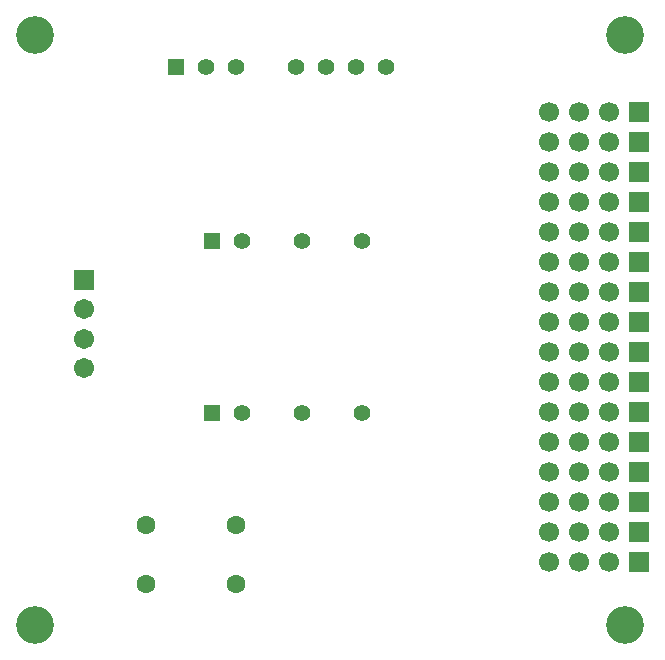
<source format=gbs>
%TF.GenerationSoftware,KiCad,Pcbnew,9.0.4*%
%TF.CreationDate,2025-11-06T05:10:14+09:00*%
%TF.ProjectId,CAN_Isolation_mini,43414e5f-4973-46f6-9c61-74696f6e5f6d,Ver.1.1*%
%TF.SameCoordinates,Original*%
%TF.FileFunction,Soldermask,Bot*%
%TF.FilePolarity,Negative*%
%FSLAX46Y46*%
G04 Gerber Fmt 4.6, Leading zero omitted, Abs format (unit mm)*
G04 Created by KiCad (PCBNEW 9.0.4) date 2025-11-06 05:10:14*
%MOMM*%
%LPD*%
G01*
G04 APERTURE LIST*
G04 Aperture macros list*
%AMRoundRect*
0 Rectangle with rounded corners*
0 $1 Rounding radius*
0 $2 $3 $4 $5 $6 $7 $8 $9 X,Y pos of 4 corners*
0 Add a 4 corners polygon primitive as box body*
4,1,4,$2,$3,$4,$5,$6,$7,$8,$9,$2,$3,0*
0 Add four circle primitives for the rounded corners*
1,1,$1+$1,$2,$3*
1,1,$1+$1,$4,$5*
1,1,$1+$1,$6,$7*
1,1,$1+$1,$8,$9*
0 Add four rect primitives between the rounded corners*
20,1,$1+$1,$2,$3,$4,$5,0*
20,1,$1+$1,$4,$5,$6,$7,0*
20,1,$1+$1,$6,$7,$8,$9,0*
20,1,$1+$1,$8,$9,$2,$3,0*%
G04 Aperture macros list end*
%ADD10C,3.200000*%
%ADD11R,1.700000X1.700000*%
%ADD12C,1.700000*%
%ADD13RoundRect,0.102000X-0.754000X0.754000X-0.754000X-0.754000X0.754000X-0.754000X0.754000X0.754000X0*%
%ADD14C,1.712000*%
%ADD15C,1.600000*%
%ADD16R,1.397000X1.397000*%
%ADD17C,1.397000*%
G04 APERTURE END LIST*
D10*
%TO.C,REF\u002A\u002A*%
X143657095Y-72794905D03*
%TD*%
D11*
%TO.C,J6*%
X144810000Y-89500000D03*
D12*
X142270000Y-89500000D03*
X139730000Y-89500000D03*
X137190000Y-89500000D03*
%TD*%
D10*
%TO.C,REF\u002A\u002A*%
X93657095Y-122794905D03*
%TD*%
D11*
%TO.C,J3*%
X144810000Y-81880000D03*
D12*
X142270000Y-81880000D03*
X139730000Y-81880000D03*
X137190000Y-81880000D03*
%TD*%
D13*
%TO.C,J1*%
X97857095Y-93544905D03*
D14*
X97857095Y-96044905D03*
X97857095Y-98544905D03*
X97857095Y-101044905D03*
%TD*%
D11*
%TO.C,J8*%
X144810000Y-94580000D03*
D12*
X142270000Y-94580000D03*
X139730000Y-94580000D03*
X137190000Y-94580000D03*
%TD*%
D11*
%TO.C,J11*%
X144810000Y-102200000D03*
D12*
X142270000Y-102200000D03*
X139730000Y-102200000D03*
X137190000Y-102200000D03*
%TD*%
D11*
%TO.C,J17*%
X144810000Y-117440000D03*
D12*
X142270000Y-117440000D03*
X139730000Y-117440000D03*
X137190000Y-117440000D03*
%TD*%
D11*
%TO.C,J15*%
X144810000Y-112360000D03*
D12*
X142270000Y-112360000D03*
X139730000Y-112360000D03*
X137190000Y-112360000D03*
%TD*%
D11*
%TO.C,J13*%
X144810000Y-107280000D03*
D12*
X142270000Y-107280000D03*
X139730000Y-107280000D03*
X137190000Y-107280000D03*
%TD*%
D15*
%TO.C,R12*%
X103037095Y-114294905D03*
X110657095Y-114294905D03*
%TD*%
D11*
%TO.C,J16*%
X144810000Y-114900000D03*
D12*
X142270000Y-114900000D03*
X139730000Y-114900000D03*
X137190000Y-114900000D03*
%TD*%
D11*
%TO.C,J7*%
X144810000Y-92040000D03*
D12*
X142270000Y-92040000D03*
X139730000Y-92040000D03*
X137190000Y-92040000D03*
%TD*%
D11*
%TO.C,J10*%
X144810000Y-99660000D03*
D12*
X142270000Y-99660000D03*
X139730000Y-99660000D03*
X137190000Y-99660000D03*
%TD*%
D10*
%TO.C,REF\u002A\u002A*%
X143657095Y-122794905D03*
%TD*%
D16*
%TO.C,U3*%
X108680095Y-90270905D03*
D17*
X111220095Y-90270905D03*
X116300095Y-90270905D03*
X121380095Y-90270905D03*
%TD*%
D16*
%TO.C,U4*%
X108680095Y-104770905D03*
D17*
X111220095Y-104770905D03*
X116300095Y-104770905D03*
X121380095Y-104770905D03*
%TD*%
D11*
%TO.C,J9*%
X144810000Y-97120000D03*
D12*
X142270000Y-97120000D03*
X139730000Y-97120000D03*
X137190000Y-97120000D03*
%TD*%
D16*
%TO.C,U7*%
X105610000Y-75500000D03*
D17*
X108150000Y-75500000D03*
X110690000Y-75500000D03*
X115770000Y-75500000D03*
X118310000Y-75500000D03*
X120850000Y-75500000D03*
X123390000Y-75500000D03*
%TD*%
D15*
%TO.C,R11*%
X110657095Y-119294905D03*
X103037095Y-119294905D03*
%TD*%
D10*
%TO.C,REF\u002A\u002A*%
X93657095Y-72794905D03*
%TD*%
D11*
%TO.C,J2*%
X144810000Y-79340000D03*
D12*
X142270000Y-79340000D03*
X139730000Y-79340000D03*
X137190000Y-79340000D03*
%TD*%
D11*
%TO.C,J5*%
X144810000Y-86960000D03*
D12*
X142270000Y-86960000D03*
X139730000Y-86960000D03*
X137190000Y-86960000D03*
%TD*%
D11*
%TO.C,J14*%
X144810000Y-109820000D03*
D12*
X142270000Y-109820000D03*
X139730000Y-109820000D03*
X137190000Y-109820000D03*
%TD*%
D11*
%TO.C,J4*%
X144810000Y-84420000D03*
D12*
X142270000Y-84420000D03*
X139730000Y-84420000D03*
X137190000Y-84420000D03*
%TD*%
D11*
%TO.C,J12*%
X144810000Y-104740000D03*
D12*
X142270000Y-104740000D03*
X139730000Y-104740000D03*
X137190000Y-104740000D03*
%TD*%
M02*

</source>
